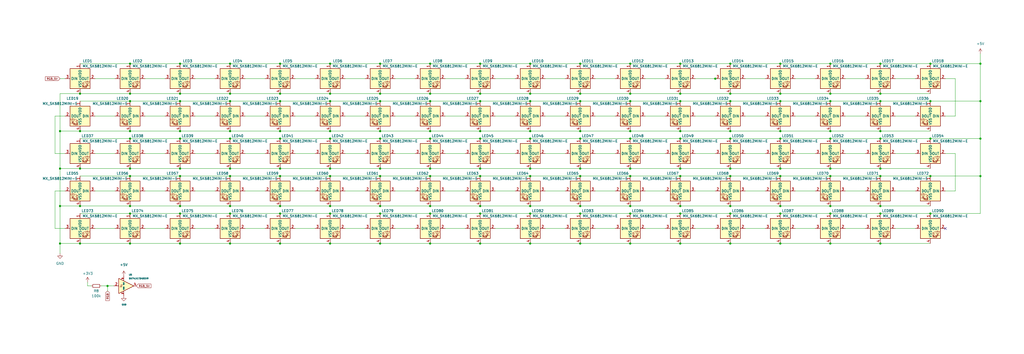
<source format=kicad_sch>
(kicad_sch (version 20211123) (generator eeschema)
  (paper "User" 519.989 180.01)
  (lib_symbols
    (symbol "Bonsai_C4:SN74LV1T34DCKR"
      (property "Reference" "U" (at -2.54 5.08 0))
      (property "Value" "SN74LV1T34DCKR" (at 10.16 5.08 0))
      (property "LCSC" "C78541" (at 0 0 0))
      (symbol "SN74LV1T34DCKR_0_1"
        (polyline (pts (xy -1.016 0.508) (xy -0.508 0.508)))
        (polyline (pts (xy -2.54 3.81) (xy -2.54 -3.81) (xy 5.08 0) (xy -2.54 3.81)) (stroke (width 0.254)) (fill (type background)))
        (polyline (pts (xy -1.524 -0.508) (xy -1.524 0.508) (xy -1.016 0.508) (xy -1.016 -0.508) (xy -2.032 -0.508)))
      )
      (symbol "SN74LV1T34DCKR_1_1"
        (pin no_connect line (at 5.08 0 180) (length 2.54) hide (name "NC") (number "1"))
        (pin input line (at -5.08 0 0) (length 2.54) (name "~") (number "2"))
        (pin power_in line (at 0 -5.08 90) (length 2.54) (name "GND") (number "3"))
        (pin output line (at 6.35 0 180) (length 1.27) (name "~") (number "4"))
        (pin power_in line (at 0 5.08 270) (length 2.54) (name "VCC") (number "5"))
      )
    )
    (symbol "Device:R_Small" (pin_numbers hide) (pin_names (offset 0.254) hide)
      (property "Reference" "R" (at 0.762 0.508 0))
      (property "Value" "R_Small" (at 0.762 -1.016 0))
      (symbol "R_Small_0_1"
        (rectangle (start -0.762 1.778) (end 0.762 -1.778) (stroke (width 0.2032)))
      )
      (symbol "R_Small_1_1"
        (pin passive line (at 0 2.54 270) (length 0.762) (name "~") (number "1"))
        (pin passive line (at 0 -2.54 90) (length 0.762) (name "~") (number "2"))
      )
    )
    (symbol "marbastlib-mx:MX_SK6812MINI-E"
      (property "Reference" "LED" (at 2.54 -6.35 0))
      (property "Value" "MX_SK6812MINI-E" (at 10.16 6.35 0))
      (symbol "MX_SK6812MINI-E_0_0"
        (text "RGB" (at 2.286 -4.191 0) (effects (font (size 0.762 0.762))))
      )
      (symbol "MX_SK6812MINI-E_0_1"
        (polyline (pts (xy 1.27 -3.556) (xy 1.778 -3.556)))
        (polyline (pts (xy 1.27 -2.54) (xy 1.778 -2.54)))
        (polyline (pts (xy 4.699 -3.556) (xy 2.667 -3.556)))
        (polyline (pts (xy 2.286 -2.54) (xy 1.27 -3.556) (xy 1.27 -3.048)))
        (polyline (pts (xy 2.286 -1.524) (xy 1.27 -2.54) (xy 1.27 -2.032)))
        (polyline (pts (xy 3.683 -1.016) (xy 3.683 -3.556) (xy 3.683 -4.064)))
        (polyline (pts (xy 4.699 -1.524) (xy 2.667 -1.524) (xy 3.683 -3.556) (xy 4.699 -1.524)))
        (rectangle (start 5.08 5.08) (end -5.08 -5.08) (stroke (width 0.254)) (fill (type background)))
      )
      (symbol "MX_SK6812MINI-E_1_1"
        (pin power_in line (at 0 7.62 270) (length 2.54) (name "VDD") (number "1"))
        (pin output line (at 7.62 0 180) (length 2.54) (name "DOUT") (number "2"))
        (pin input line (at -7.62 0 0) (length 2.54) (name "DIN") (number "3"))
        (pin power_in line (at 0 -7.62 90) (length 2.54) (name "VSS") (number "4"))
      )
    )
    (symbol "power:+3V3" (power) (pin_names (offset 0))
      (property "Value" "+3V3" (at 0 3.556 0))
      (symbol "+3V3_0_1"
        (polyline (pts (xy -0.762 1.27) (xy 0 2.54)))
        (polyline (pts (xy 0 0) (xy 0 2.54)))
        (polyline (pts (xy 0 2.54) (xy 0.762 1.27)))
      )
      (symbol "+3V3_1_1"
        (pin power_in line (at 0 0 90) (length 0) hide (name "+3V3") (number "1"))
      )
    )
    (symbol "power:+5V" (power) (pin_names (offset 0))
      (property "Value" "+5V" (at 0 3.556 0))
      (symbol "+5V_0_1"
        (polyline (pts (xy -0.762 1.27) (xy 0 2.54)))
        (polyline (pts (xy 0 0) (xy 0 2.54)))
        (polyline (pts (xy 0 2.54) (xy 0.762 1.27)))
      )
      (symbol "+5V_1_1"
        (pin power_in line (at 0 0 90) (length 0) hide (name "+5V") (number "1"))
      )
    )
    (symbol "power:GND" (power) (pin_names (offset 0))
      (property "Value" "GND" (at 0 -3.81 0))
      (symbol "GND_0_1"
        (polyline (pts (xy 0 0) (xy 0 -1.27) (xy 1.27 -1.27) (xy 0 -2.54) (xy -1.27 -1.27) (xy 0 -1.27)))
      )
      (symbol "GND_1_1"
        (pin power_in line (at 0 0 270) (length 0) hide (name "GND") (number "1"))
      )
    )
  )
  (junction (at 370.84 89.535))
  (junction (at 294.64 104.775))
  (junction (at 142.24 51.435))
  (junction (at 294.64 70.485))
  (junction (at 269.24 70.485))
  (junction (at 243.84 47.625))
  (junction (at 363.22 40.005))
  (junction (at 167.64 66.675))
  (junction (at 116.84 85.725))
  (junction (at 66.04 85.725))
  (junction (at 396.24 51.435))
  (junction (at 116.84 123.825))
  (junction (at 396.24 32.385))
  (junction (at 167.64 89.535))
  (junction (at 167.64 70.485))
  (junction (at 396.24 66.675))
  (junction (at 116.84 66.675))
  (junction (at 218.44 123.825))
  (junction (at 269.24 66.675))
  (junction (at 294.64 32.385))
  (junction (at 116.84 70.485))
  (junction (at 30.48 66.675))
  (junction (at 243.84 66.675))
  (junction (at 421.64 123.825))
  (junction (at 193.04 108.585))
  (junction (at 345.44 66.675))
  (junction (at 243.84 89.535))
  (junction (at 66.04 70.485))
  (junction (at 269.24 51.435))
  (junction (at 142.24 89.535))
  (junction (at 167.64 51.435))
  (junction (at 320.04 85.725))
  (junction (at 218.44 51.435))
  (junction (at 497.84 32.385))
  (junction (at 421.64 47.625))
  (junction (at 54.61 145.415))
  (junction (at 320.04 70.485))
  (junction (at 193.04 47.625))
  (junction (at 320.04 32.385))
  (junction (at 142.24 123.825))
  (junction (at 142.24 66.675))
  (junction (at 91.44 85.725))
  (junction (at 40.64 85.725))
  (junction (at 218.44 104.775))
  (junction (at 320.04 89.535))
  (junction (at 320.04 51.435))
  (junction (at 320.04 108.585))
  (junction (at 472.44 108.585))
  (junction (at 396.24 89.535))
  (junction (at 370.84 32.385))
  (junction (at 269.24 104.775))
  (junction (at 421.64 70.485))
  (junction (at 269.24 89.535))
  (junction (at 269.24 123.825))
  (junction (at 193.04 104.775))
  (junction (at 167.64 123.825))
  (junction (at 91.44 108.585))
  (junction (at 370.84 104.775))
  (junction (at 66.04 66.675))
  (junction (at 370.84 85.725))
  (junction (at 218.44 89.535))
  (junction (at 40.64 104.775))
  (junction (at 497.84 51.435))
  (junction (at 370.84 123.825))
  (junction (at 116.84 104.775))
  (junction (at 167.64 108.585))
  (junction (at 167.64 104.775))
  (junction (at 447.04 51.435))
  (junction (at 91.44 66.675))
  (junction (at 421.64 51.435))
  (junction (at 66.04 32.385))
  (junction (at 345.44 70.485))
  (junction (at 396.24 85.725))
  (junction (at 243.84 85.725))
  (junction (at 294.64 51.435))
  (junction (at 167.64 85.725))
  (junction (at 447.04 85.725))
  (junction (at 370.84 66.675))
  (junction (at 142.24 47.625))
  (junction (at 142.24 70.485))
  (junction (at 345.44 108.585))
  (junction (at 320.04 66.675))
  (junction (at 320.04 123.825))
  (junction (at 345.44 85.725))
  (junction (at 116.84 108.585))
  (junction (at 193.04 85.725))
  (junction (at 167.64 32.385))
  (junction (at 447.04 108.585))
  (junction (at 269.24 47.625))
  (junction (at 447.04 70.485))
  (junction (at 294.64 47.625))
  (junction (at 40.64 66.675))
  (junction (at 294.64 66.675))
  (junction (at 396.24 47.625))
  (junction (at 116.84 89.535))
  (junction (at 243.84 51.435))
  (junction (at 472.44 70.485))
  (junction (at 193.04 89.535))
  (junction (at 269.24 85.725))
  (junction (at 370.84 47.625))
  (junction (at 40.64 47.625))
  (junction (at 142.24 32.385))
  (junction (at 30.48 85.725))
  (junction (at 243.84 108.585))
  (junction (at 91.44 123.825))
  (junction (at 345.44 51.435))
  (junction (at 421.64 108.585))
  (junction (at 447.04 47.625))
  (junction (at 447.04 66.675))
  (junction (at 142.24 108.585))
  (junction (at 345.44 32.385))
  (junction (at 30.48 104.775))
  (junction (at 320.04 47.625))
  (junction (at 193.04 123.825))
  (junction (at 91.44 70.485))
  (junction (at 116.84 51.435))
  (junction (at 294.64 123.825))
  (junction (at 320.04 104.775))
  (junction (at 167.64 47.625))
  (junction (at 294.64 108.585))
  (junction (at 421.64 89.535))
  (junction (at 243.84 104.775))
  (junction (at 345.44 104.775))
  (junction (at 345.44 47.625))
  (junction (at 370.84 70.485))
  (junction (at 294.64 89.535))
  (junction (at 447.04 123.825))
  (junction (at 345.44 123.825))
  (junction (at 218.44 108.585))
  (junction (at 243.84 32.385))
  (junction (at 396.24 70.485))
  (junction (at 218.44 47.625))
  (junction (at 142.24 104.775))
  (junction (at 370.84 51.435))
  (junction (at 370.84 108.585))
  (junction (at 243.84 123.825))
  (junction (at 396.24 104.775))
  (junction (at 91.44 104.775))
  (junction (at 218.44 70.485))
  (junction (at 66.04 51.435))
  (junction (at 66.04 104.775))
  (junction (at 66.04 123.825))
  (junction (at 193.04 32.385))
  (junction (at 472.44 89.535))
  (junction (at 66.04 47.625))
  (junction (at 497.84 89.535))
  (junction (at 472.44 51.435))
  (junction (at 396.24 123.825))
  (junction (at 66.04 89.535))
  (junction (at 40.64 123.825))
  (junction (at 142.24 85.725))
  (junction (at 91.44 89.535))
  (junction (at 345.44 89.535))
  (junction (at 30.48 123.825))
  (junction (at 218.44 66.675))
  (junction (at 116.84 47.625))
  (junction (at 116.84 32.385))
  (junction (at 421.64 85.725))
  (junction (at 421.64 104.775))
  (junction (at 91.44 32.385))
  (junction (at 91.44 47.625))
  (junction (at 243.84 70.485))
  (junction (at 193.04 70.485))
  (junction (at 269.24 32.385))
  (junction (at 218.44 32.385))
  (junction (at 447.04 104.775))
  (junction (at 66.04 108.585))
  (junction (at 497.84 70.485))
  (junction (at 472.44 32.385))
  (junction (at 294.64 85.725))
  (junction (at 193.04 51.435))
  (junction (at 421.64 32.385))
  (junction (at 396.24 108.585))
  (junction (at 269.24 108.585))
  (junction (at 447.04 89.535))
  (junction (at 447.04 32.385))
  (junction (at 193.04 66.675))
  (junction (at 218.44 85.725))
  (junction (at 421.64 66.675))
  (junction (at 91.44 51.435))
  (no_connect (at 480.06 116.205))
  (wire (pts (xy 142.24 108.585) (xy 116.84 108.585)))
  (wire (pts (xy 396.24 47.625) (xy 370.84 47.625)))
  (wire (pts (xy 327.66 59.055) (xy 337.82 59.055)))
  (wire (pts (xy 99.06 40.005) (xy 109.22 40.005)))
  (wire (pts (xy 454.66 40.005) (xy 464.82 40.005)))
  (wire (pts (xy 218.44 123.825) (xy 193.04 123.825)))
  (wire (pts (xy 40.64 104.775) (xy 66.04 104.775)))
  (wire (pts (xy 142.24 51.435) (xy 167.64 51.435)))
  (wire (pts (xy 447.04 32.385) (xy 472.44 32.385)))
  (wire (pts (xy 44.45 143.51) (xy 44.45 145.415)))
  (wire (pts (xy 54.61 145.415) (xy 54.61 147.955)))
  (wire (pts (xy 454.66 116.205) (xy 464.82 116.205)))
  (wire (pts (xy 175.26 97.155) (xy 185.42 97.155)))
  (wire (pts (xy 421.64 66.675) (xy 396.24 66.675)))
  (wire (pts (xy 200.66 40.005) (xy 210.82 40.005)))
  (wire (pts (xy 447.04 70.485) (xy 472.44 70.485)))
  (wire (pts (xy 269.24 47.625) (xy 243.84 47.625)))
  (wire (pts (xy 40.64 66.675) (xy 30.48 66.675)))
  (wire (pts (xy 370.84 70.485) (xy 396.24 70.485)))
  (wire (pts (xy 116.84 85.725) (xy 142.24 85.725)))
  (wire (pts (xy 497.84 70.485) (xy 497.84 89.535)))
  (wire (pts (xy 40.64 85.725) (xy 66.04 85.725)))
  (wire (pts (xy 345.44 123.825) (xy 320.04 123.825)))
  (wire (pts (xy 370.84 89.535) (xy 396.24 89.535)))
  (wire (pts (xy 66.04 32.385) (xy 91.44 32.385)))
  (wire (pts (xy 269.24 85.725) (xy 294.64 85.725)))
  (wire (pts (xy 116.84 123.825) (xy 91.44 123.825)))
  (wire (pts (xy 124.46 116.205) (xy 134.62 116.205)))
  (wire (pts (xy 370.84 85.725) (xy 396.24 85.725)))
  (wire (pts (xy 116.84 89.535) (xy 142.24 89.535)))
  (wire (pts (xy 149.86 40.005) (xy 160.02 40.005)))
  (wire (pts (xy 269.24 108.585) (xy 243.84 108.585)))
  (wire (pts (xy 345.44 32.385) (xy 370.84 32.385)))
  (wire (pts (xy 421.64 89.535) (xy 447.04 89.535)))
  (wire (pts (xy 454.66 97.155) (xy 464.82 97.155)))
  (wire (pts (xy 421.64 47.625) (xy 396.24 47.625)))
  (wire (pts (xy 30.48 47.625) (xy 30.48 66.675)))
  (wire (pts (xy 320.04 66.675) (xy 294.64 66.675)))
  (wire (pts (xy 421.64 104.775) (xy 447.04 104.775)))
  (wire (pts (xy 378.46 40.005) (xy 388.62 40.005)))
  (wire (pts (xy 175.26 78.105) (xy 185.42 78.105)))
  (wire (pts (xy 497.84 27.305) (xy 497.84 32.385)))
  (wire (pts (xy 91.44 47.625) (xy 66.04 47.625)))
  (wire (pts (xy 193.04 66.675) (xy 167.64 66.675)))
  (wire (pts (xy 40.64 51.435) (xy 66.04 51.435)))
  (wire (pts (xy 276.86 40.005) (xy 287.02 40.005)))
  (wire (pts (xy 429.26 59.055) (xy 439.42 59.055)))
  (wire (pts (xy 396.24 89.535) (xy 421.64 89.535)))
  (wire (pts (xy 116.84 32.385) (xy 142.24 32.385)))
  (wire (pts (xy 320.04 108.585) (xy 294.64 108.585)))
  (wire (pts (xy 396.24 104.775) (xy 421.64 104.775)))
  (wire (pts (xy 320.04 47.625) (xy 294.64 47.625)))
  (wire (pts (xy 396.24 108.585) (xy 370.84 108.585)))
  (wire (pts (xy 302.26 78.105) (xy 312.42 78.105)))
  (wire (pts (xy 40.64 89.535) (xy 66.04 89.535)))
  (wire (pts (xy 27.94 97.155) (xy 27.94 116.205)))
  (wire (pts (xy 66.04 51.435) (xy 91.44 51.435)))
  (wire (pts (xy 142.24 47.625) (xy 116.84 47.625)))
  (wire (pts (xy 30.48 85.725) (xy 30.48 104.775)))
  (wire (pts (xy 193.04 51.435) (xy 218.44 51.435)))
  (wire (pts (xy 294.64 123.825) (xy 269.24 123.825)))
  (wire (pts (xy 403.86 116.205) (xy 414.02 116.205)))
  (wire (pts (xy 124.46 78.105) (xy 134.62 78.105)))
  (wire (pts (xy 27.94 116.205) (xy 33.02 116.205)))
  (wire (pts (xy 116.84 104.775) (xy 142.24 104.775)))
  (wire (pts (xy 269.24 51.435) (xy 294.64 51.435)))
  (wire (pts (xy 193.04 85.725) (xy 218.44 85.725)))
  (wire (pts (xy 403.86 59.055) (xy 414.02 59.055)))
  (wire (pts (xy 276.86 97.155) (xy 287.02 97.155)))
  (wire (pts (xy 421.64 85.725) (xy 447.04 85.725)))
  (wire (pts (xy 243.84 104.775) (xy 269.24 104.775)))
  (wire (pts (xy 142.24 85.725) (xy 167.64 85.725)))
  (wire (pts (xy 421.64 32.385) (xy 447.04 32.385)))
  (wire (pts (xy 497.84 32.385) (xy 497.84 51.435)))
  (wire (pts (xy 269.24 66.675) (xy 243.84 66.675)))
  (wire (pts (xy 142.24 70.485) (xy 167.64 70.485)))
  (wire (pts (xy 320.04 89.535) (xy 345.44 89.535)))
  (wire (pts (xy 378.46 97.155) (xy 388.62 97.155)))
  (wire (pts (xy 124.46 40.005) (xy 134.62 40.005)))
  (wire (pts (xy 294.64 51.435) (xy 320.04 51.435)))
  (wire (pts (xy 167.64 108.585) (xy 142.24 108.585)))
  (wire (pts (xy 320.04 32.385) (xy 345.44 32.385)))
  (wire (pts (xy 485.14 78.105) (xy 485.14 97.155)))
  (wire (pts (xy 327.66 116.205) (xy 337.82 116.205)))
  (wire (pts (xy 447.04 47.625) (xy 421.64 47.625)))
  (wire (pts (xy 269.24 89.535) (xy 294.64 89.535)))
  (wire (pts (xy 149.86 59.055) (xy 160.02 59.055)))
  (wire (pts (xy 226.06 97.155) (xy 236.22 97.155)))
  (wire (pts (xy 91.44 123.825) (xy 66.04 123.825)))
  (wire (pts (xy 294.64 104.775) (xy 320.04 104.775)))
  (wire (pts (xy 66.04 123.825) (xy 40.64 123.825)))
  (wire (pts (xy 48.26 116.205) (xy 58.42 116.205)))
  (wire (pts (xy 27.94 59.055) (xy 27.94 78.105)))
  (wire (pts (xy 269.24 32.385) (xy 294.64 32.385)))
  (wire (pts (xy 251.46 97.155) (xy 261.62 97.155)))
  (wire (pts (xy 251.46 40.005) (xy 261.62 40.005)))
  (wire (pts (xy 472.44 89.535) (xy 497.84 89.535)))
  (wire (pts (xy 142.24 66.675) (xy 116.84 66.675)))
  (wire (pts (xy 421.64 51.435) (xy 447.04 51.435)))
  (wire (pts (xy 294.64 66.675) (xy 269.24 66.675)))
  (wire (pts (xy 396.24 32.385) (xy 421.64 32.385)))
  (wire (pts (xy 91.44 32.385) (xy 116.84 32.385)))
  (wire (pts (xy 99.06 97.155) (xy 109.22 97.155)))
  (wire (pts (xy 421.64 108.585) (xy 396.24 108.585)))
  (wire (pts (xy 218.44 104.775) (xy 243.84 104.775)))
  (wire (pts (xy 243.84 51.435) (xy 269.24 51.435)))
  (wire (pts (xy 396.24 51.435) (xy 421.64 51.435)))
  (wire (pts (xy 226.06 40.005) (xy 236.22 40.005)))
  (wire (pts (xy 167.64 89.535) (xy 193.04 89.535)))
  (wire (pts (xy 370.84 51.435) (xy 396.24 51.435)))
  (wire (pts (xy 370.84 104.775) (xy 396.24 104.775)))
  (wire (pts (xy 48.26 40.005) (xy 58.42 40.005)))
  (wire (pts (xy 497.84 108.585) (xy 472.44 108.585)))
  (wire (pts (xy 251.46 78.105) (xy 261.62 78.105)))
  (wire (pts (xy 40.64 123.825) (xy 30.48 123.825)))
  (wire (pts (xy 403.86 97.155) (xy 414.02 97.155)))
  (wire (pts (xy 353.06 116.205) (xy 363.22 116.205)))
  (wire (pts (xy 226.06 116.205) (xy 236.22 116.205)))
  (wire (pts (xy 116.84 70.485) (xy 142.24 70.485)))
  (wire (pts (xy 447.04 89.535) (xy 472.44 89.535)))
  (wire (pts (xy 378.46 78.105) (xy 388.62 78.105)))
  (wire (pts (xy 116.84 51.435) (xy 142.24 51.435)))
  (wire (pts (xy 116.84 47.625) (xy 91.44 47.625)))
  (wire (pts (xy 40.64 47.625) (xy 30.48 47.625)))
  (wire (pts (xy 33.02 59.055) (xy 27.94 59.055)))
  (wire (pts (xy 243.84 66.675) (xy 218.44 66.675)))
  (wire (pts (xy 200.66 59.055) (xy 210.82 59.055)))
  (wire (pts (xy 403.86 40.005) (xy 414.02 40.005)))
  (wire (pts (xy 345.44 47.625) (xy 320.04 47.625)))
  (wire (pts (xy 142.24 104.775) (xy 167.64 104.775)))
  (wire (pts (xy 167.64 85.725) (xy 193.04 85.725)))
  (wire (pts (xy 472.44 51.435) (xy 497.84 51.435)))
  (wire (pts (xy 142.24 123.825) (xy 116.84 123.825)))
  (wire (pts (xy 472.44 47.625) (xy 447.04 47.625)))
  (wire (pts (xy 472.44 66.675) (xy 447.04 66.675)))
  (wire (pts (xy 276.86 78.105) (xy 287.02 78.105)))
  (wire (pts (xy 30.48 40.005) (xy 33.02 40.005)))
  (wire (pts (xy 167.64 70.485) (xy 193.04 70.485)))
  (wire (pts (xy 66.04 104.775) (xy 91.44 104.775)))
  (wire (pts (xy 66.04 85.725) (xy 91.44 85.725)))
  (wire (pts (xy 370.84 66.675) (xy 345.44 66.675)))
  (wire (pts (xy 472.44 70.485) (xy 497.84 70.485)))
  (wire (pts (xy 302.26 97.155) (xy 312.42 97.155)))
  (wire (pts (xy 345.44 89.535) (xy 370.84 89.535)))
  (wire (pts (xy 447.04 85.725) (xy 472.44 85.725)))
  (wire (pts (xy 447.04 51.435) (xy 472.44 51.435)))
  (wire (pts (xy 378.46 116.205) (xy 388.62 116.205)))
  (wire (pts (xy 167.64 104.775) (xy 193.04 104.775)))
  (wire (pts (xy 269.24 123.825) (xy 243.84 123.825)))
  (wire (pts (xy 91.44 108.585) (xy 66.04 108.585)))
  (wire (pts (xy 370.84 47.625) (xy 345.44 47.625)))
  (wire (pts (xy 91.44 51.435) (xy 116.84 51.435)))
  (wire (pts (xy 33.02 97.155) (xy 27.94 97.155)))
  (wire (pts (xy 378.46 59.055) (xy 388.62 59.055)))
  (wire (pts (xy 345.44 66.675) (xy 320.04 66.675)))
  (wire (pts (xy 497.84 51.435) (xy 497.84 70.485)))
  (wire (pts (xy 243.84 89.535) (xy 269.24 89.535)))
  (wire (pts (xy 40.64 70.485) (xy 66.04 70.485)))
  (wire (pts (xy 66.04 70.485) (xy 91.44 70.485)))
  (wire (pts (xy 73.66 59.055) (xy 83.82 59.055)))
  (wire (pts (xy 302.26 40.005) (xy 312.42 40.005)))
  (wire (pts (xy 91.44 85.725) (xy 116.84 85.725)))
  (wire (pts (xy 193.04 104.775) (xy 218.44 104.775)))
  (wire (pts (xy 46.355 145.415) (xy 44.45 145.415)))
  (wire (pts (xy 294.64 32.385) (xy 320.04 32.385)))
  (wire (pts (xy 294.64 47.625) (xy 269.24 47.625)))
  (wire (pts (xy 243.84 47.625) (xy 218.44 47.625)))
  (wire (pts (xy 167.64 51.435) (xy 193.04 51.435)))
  (wire (pts (xy 91.44 89.535) (xy 116.84 89.535)))
  (wire (pts (xy 294.64 70.485) (xy 320.04 70.485)))
  (wire (pts (xy 48.26 59.055) (xy 58.42 59.055)))
  (wire (pts (xy 218.44 32.385) (xy 243.84 32.385)))
  (wire (pts (xy 294.64 108.585) (xy 269.24 108.585)))
  (wire (pts (xy 193.04 123.825) (xy 167.64 123.825)))
  (wire (pts (xy 99.06 59.055) (xy 109.22 59.055)))
  (wire (pts (xy 243.84 108.585) (xy 218.44 108.585)))
  (wire (pts (xy 142.24 32.385) (xy 167.64 32.385)))
  (wire (pts (xy 353.06 59.055) (xy 363.22 59.055)))
  (wire (pts (xy 54.61 145.415) (xy 57.785 145.415)))
  (wire (pts (xy 27.94 78.105) (xy 33.02 78.105)))
  (wire (pts (xy 193.04 32.385) (xy 218.44 32.385)))
  (wire (pts (xy 243.84 70.485) (xy 269.24 70.485)))
  (wire (pts (xy 218.44 85.725) (xy 243.84 85.725)))
  (wire (pts (xy 40.64 32.385) (xy 66.04 32.385)))
  (wire (pts (xy 226.06 78.105) (xy 236.22 78.105)))
  (wire (pts (xy 167.64 123.825) (xy 142.24 123.825)))
  (wire (pts (xy 320.04 104.775) (xy 345.44 104.775)))
  (wire (pts (xy 99.06 116.205) (xy 109.22 116.205)))
  (wire (pts (xy 149.86 78.105) (xy 160.02 78.105)))
  (wire (pts (xy 302.26 116.205) (xy 312.42 116.205)))
  (wire (pts (xy 447.04 66.675) (xy 421.64 66.675)))
  (wire (pts (xy 320.04 123.825) (xy 294.64 123.825)))
  (wire (pts (xy 218.44 51.435) (xy 243.84 51.435)))
  (wire (pts (xy 480.06 78.105) (xy 485.14 78.105)))
  (wire (pts (xy 91.44 66.675) (xy 66.04 66.675)))
  (wire (pts (xy 116.84 66.675) (xy 91.44 66.675)))
  (wire (pts (xy 124.46 59.055) (xy 134.62 59.055)))
  (wire (pts (xy 485.14 97.155) (xy 480.06 97.155)))
  (wire (pts (xy 66.04 108.585) (xy 40.64 108.585)))
  (wire (pts (xy 243.84 32.385) (xy 269.24 32.385)))
  (wire (pts (xy 269.24 104.775) (xy 294.64 104.775)))
  (wire (pts (xy 353.06 78.105) (xy 363.22 78.105)))
  (wire (pts (xy 472.44 123.825) (xy 447.04 123.825)))
  (wire (pts (xy 193.04 70.485) (xy 218.44 70.485)))
  (wire (pts (xy 345.44 108.585) (xy 320.04 108.585)))
  (wire (pts (xy 480.06 59.055) (xy 485.14 59.055)))
  (wire (pts (xy 218.44 108.585) (xy 193.04 108.585)))
  (wire (pts (xy 218.44 89.535) (xy 243.84 89.535)))
  (wire (pts (xy 345.44 85.725) (xy 370.84 85.725)))
  (wire (pts (xy 353.06 40.005) (xy 363.22 40.005)))
  (wire (pts (xy 218.44 70.485) (xy 243.84 70.485)))
  (wire (pts (xy 99.06 78.105) (xy 109.22 78.105)))
  (wire (pts (xy 447.04 104.775) (xy 472.44 104.775)))
  (wire (pts (xy 51.435 145.415) (xy 54.61 145.415)))
  (wire (pts (xy 294.64 85.725) (xy 320.04 85.725)))
  (wire (pts (xy 403.86 78.105) (xy 414.02 78.105)))
  (wire (pts (xy 116.84 108.585) (xy 91.44 108.585)))
  (wire (pts (xy 396.24 123.825) (xy 370.84 123.825)))
  (wire (pts (xy 30.48 85.725) (xy 40.64 85.725)))
  (wire (pts (xy 353.06 97.155) (xy 363.22 97.155)))
  (wire (pts (xy 320.04 51.435) (xy 345.44 51.435)))
  (wire (pts (xy 396.24 70.485) (xy 421.64 70.485)))
  (wire (pts (xy 30.48 104.775) (xy 30.48 123.825)))
  (wire (pts (xy 226.06 59.055) (xy 236.22 59.055)))
  (wire (pts (xy 320.04 70.485) (xy 345.44 70.485)))
  (wire (pts (xy 218.44 66.675) (xy 193.04 66.675)))
  (wire (pts (xy 327.66 97.155) (xy 337.82 97.155)))
  (wire (pts (xy 345.44 51.435) (xy 370.84 51.435)))
  (wire (pts (xy 447.04 123.825) (xy 421.64 123.825)))
  (wire (pts (xy 193.04 108.585) (xy 167.64 108.585)))
  (wire (pts (xy 294.64 89.535) (xy 320.04 89.535)))
  (wire (pts (xy 345.44 70.485) (xy 370.84 70.485)))
  (wire (pts (xy 370.84 32.385) (xy 396.24 32.385)))
  (wire (pts (xy 149.86 116.205) (xy 160.02 116.205)))
  (wire (pts (xy 48.26 78.105) (xy 58.42 78.105)))
  (wire (pts (xy 218.44 47.625) (xy 193.04 47.625)))
  (wire (pts (xy 73.66 78.105) (xy 83.82 78.105)))
  (wire (pts (xy 91.44 104.775) (xy 116.84 104.775)))
  (wire (pts (xy 396.24 85.725) (xy 421.64 85.725)))
  (wire (pts (xy 327.66 40.005) (xy 337.82 40.005)))
  (wire (pts (xy 167.64 32.385) (xy 193.04 32.385)))
  (wire (pts (xy 472.44 108.585) (xy 447.04 108.585)))
  (wire (pts (xy 302.26 59.055) (xy 312.42 59.055)))
  (wire (pts (xy 370.84 123.825) (xy 345.44 123.825)))
  (wire (pts (xy 48.26 97.155) (xy 58.42 97.155)))
  (wire (pts (xy 30.48 66.675) (xy 30.48 85.725)))
  (wire (pts (xy 480.06 40.005) (xy 485.14 40.005)))
  (wire (pts (xy 200.66 116.205) (xy 210.82 116.205)))
  (wire (pts (xy 251.46 116.205) (xy 261.62 116.205)))
  (wire (pts (xy 91.44 70.485) (xy 116.84 70.485)))
  (wire (pts (xy 429.26 78.105) (xy 439.42 78.105)))
  (wire (pts (xy 472.44 32.385) (xy 497.84 32.385)))
  (wire (pts (xy 73.66 40.005) (xy 83.82 40.005)))
  (wire (pts (xy 276.86 59.055) (xy 287.02 59.055)))
  (wire (pts (xy 320.04 85.725) (xy 345.44 85.725)))
  (wire (pts (xy 363.22 40.005) (xy 363.855 40.005)))
  (wire (pts (xy 30.48 104.775) (xy 40.64 104.775)))
  (wire (pts (xy 396.24 66.675) (xy 370.84 66.675)))
  (wire (pts (xy 142.24 89.535) (xy 167.64 89.535)))
  (wire (pts (xy 421.64 123.825) (xy 396.24 123.825)))
  (wire (pts (xy 73.66 116.205) (xy 83.82 116.205)))
  (wire (pts (xy 454.66 78.105) (xy 464.82 78.105)))
  (wire (pts (xy 429.26 97.155) (xy 439.42 97.155)))
  (wire (pts (xy 421.64 70.485) (xy 447.04 70.485)))
  (wire (pts (xy 149.86 97.155) (xy 160.02 97.155)))
  (wire (pts (xy 167.64 66.675) (xy 142.24 66.675)))
  (wire (pts (xy 345.44 104.775) (xy 370.84 104.775)))
  (wire (pts (xy 73.66 97.155) (xy 83.82 97.155)))
  (wire (pts (xy 124.46 97.155) (xy 134.62 97.155)))
  (wire (pts (xy 370.84 108.585) (xy 345.44 108.585)))
  (wire (pts (xy 193.04 89.535) (xy 218.44 89.535)))
  (wire (pts (xy 251.46 59.055) (xy 261.62 59.055)))
  (wire (pts (xy 66.04 89.535) (xy 91.44 89.535)))
  (wire (pts (xy 200.66 97.155) (xy 210.82 97.155)))
  (wire (pts (xy 66.04 47.625) (xy 40.64 47.625)))
  (wire (pts (xy 175.26 116.205) (xy 185.42 116.205)))
  (wire (pts (xy 30.48 123.825) (xy 30.48 128.905)))
  (wire (pts (xy 66.04 66.675) (xy 40.64 66.675)))
  (wire (pts (xy 243.84 85.725) (xy 269.24 85.725)))
  (wire (pts (xy 429.26 116.205) (xy 439.42 116.205)))
  (wire (pts (xy 200.66 78.105) (xy 210.82 78.105)))
  (wire (pts (xy 193.04 47.625) (xy 167.64 47.625)))
  (wire (pts (xy 327.66 78.105) (xy 337.82 78.105)))
  (wire (pts (xy 243.84 123.825) (xy 218.44 123.825)))
  (wire (pts (xy 276.86 116.205) (xy 287.02 116.205)))
  (wire (pts (xy 454.66 59.055) (xy 464.82 59.055)))
  (wire (pts (xy 447.04 108.585) (xy 421.64 108.585)))
  (wire (pts (xy 167.64 47.625) (xy 142.24 47.625)))
  (wire (pts (xy 175.26 40.005) (xy 185.42 40.005)))
  (wire (pts (xy 175.26 59.055) (xy 185.42 59.055)))
  (wire (pts (xy 497.84 89.535) (xy 497.84 108.585)))
  (wire (pts (xy 429.26 40.005) (xy 439.42 40.005)))
  (wire (pts (xy 269.24 70.485) (xy 294.64 70.485)))
  (wire (pts (xy 485.14 40.005) (xy 485.14 59.055)))
  (global_label "RGB_5V" (shape input) (at 69.215 145.415 0) (effects (font (size 1 1))) (property "Intersheet References" "${INTERSHEET_REFS}" (effects hide)))
  (global_label "RGB" (shape input) (at 54.61 147.955 270) (effects (font (size 1 1))) (property "Intersheet References" "${INTERSHEET_REFS}" (effects hide)))
  (global_label "RGB_5V" (shape input) (at 30.48 40.005 180) (effects (font (size 1 1))) (property "Intersheet References" "${INTERSHEET_REFS}" (effects hide)))
  (symbol (lib_id "marbastlib-mx:MX_SK6812MINI-E") (at 116.84 78.105 0) (unit 1)
    (property "Reference" "LED40" (at 120.65 69.1007 0))
    (property "Value" "MX_SK6812MINI-E" (at 127 71.755 0))
    (property "Footprint" "marbastlib-mx:LED_MX_6028R" (effects hide))
  )
  (symbol (lib_id "marbastlib-mx:MX_SK6812MINI-E") (at 193.04 40.005 0) (unit 1)
    (property "Reference" "LED7" (at 196.85 31.0007 0))
    (property "Value" "MX_SK6812MINI-E" (at 203.2 33.655 0))
    (property "Footprint" "marbastlib-mx:LED_MX_6028R" (effects hide))
  )
  (symbol (lib_id "marbastlib-mx:MX_SK6812MINI-E") (at 294.64 97.155 0) (mirror y) (unit 1)
    (property "Reference" "LED65" (at 290.83 88.1507 0))
    (property "Value" "MX_SK6812MINI-E" (at 284.48 90.805 0))
    (property "Footprint" "marbastlib-mx:LED_MX_6028R" (effects hide))
  )
  (symbol (lib_id "marbastlib-mx:MX_SK6812MINI-E") (at 294.64 78.105 0) (unit 1)
    (property "Reference" "LED47" (at 298.45 69.1007 0))
    (property "Value" "MX_SK6812MINI-E" (at 304.8 71.755 0))
    (property "Footprint" "marbastlib-mx:LED_MX_6028R" (effects hide))
  )
  (symbol (lib_id "marbastlib-mx:MX_SK6812MINI-E") (at 167.64 97.155 0) (mirror y) (unit 1)
    (property "Reference" "LED60" (at 163.83 88.1507 0))
    (property "Value" "MX_SK6812MINI-E" (at 157.48 90.805 0))
    (property "Footprint" "marbastlib-mx:LED_MX_6028R" (effects hide))
  )
  (symbol (lib_id "marbastlib-mx:MX_SK6812MINI-E") (at 269.24 40.005 0) (unit 1)
    (property "Reference" "LED10" (at 273.05 31.0007 0))
    (property "Value" "MX_SK6812MINI-E" (at 279.4 33.655 0))
    (property "Footprint" "marbastlib-mx:LED_MX_6028R" (effects hide))
  )
  (symbol (lib_id "power:GND") (at 30.48 128.905 0) (unit 1)
    (property "Reference" "#PWR0103" (effects hide))
    (property "Value" "GND" (at 30.48 133.985 0))
  )
  (symbol (lib_id "marbastlib-mx:MX_SK6812MINI-E") (at 91.44 97.155 0) (mirror y) (unit 1)
    (property "Reference" "LED57" (at 87.63 88.1507 0))
    (property "Value" "MX_SK6812MINI-E" (at 81.28 90.805 0))
    (property "Footprint" "marbastlib-mx:LED_MX_6028R" (effects hide))
  )
  (symbol (lib_id "marbastlib-mx:MX_SK6812MINI-E") (at 320.04 40.005 0) (unit 1)
    (property "Reference" "LED12" (at 323.85 31.0007 0))
    (property "Value" "MX_SK6812MINI-E" (at 330.2 33.655 0))
    (property "Footprint" "marbastlib-mx:LED_MX_6028R" (effects hide))
  )
  (symbol (lib_id "marbastlib-mx:MX_SK6812MINI-E") (at 243.84 59.055 0) (mirror y) (unit 1)
    (property "Reference" "LED27" (at 240.03 50.0507 0))
    (property "Value" "MX_SK6812MINI-E" (at 233.68 52.705 0))
    (property "Footprint" "marbastlib-mx:LED_MX_6028R" (effects hide))
  )
  (symbol (lib_id "power:GND") (at 62.865 150.495 0) (unit 1)
    (property "Reference" "#PWR030" (effects hide))
    (property "Value" "GND" (at 62.992 154.8892 0) (effects (font (size 0.75 0.75))))
  )
  (symbol (lib_id "marbastlib-mx:MX_SK6812MINI-E") (at 142.24 59.055 0) (mirror y) (unit 1)
    (property "Reference" "LED23" (at 138.43 50.0507 0))
    (property "Value" "MX_SK6812MINI-E" (at 132.08 52.705 0))
    (property "Footprint" "marbastlib-mx:LED_MX_6028R" (effects hide))
  )
  (symbol (lib_id "marbastlib-mx:MX_SK6812MINI-E") (at 345.44 97.155 0) (mirror y) (unit 1)
    (property "Reference" "LED67" (at 341.63 88.1507 0))
    (property "Value" "MX_SK6812MINI-E" (at 335.28 90.805 0))
    (property "Footprint" "marbastlib-mx:LED_MX_6028R" (effects hide))
  )
  (symbol (lib_id "marbastlib-mx:MX_SK6812MINI-E") (at 345.44 59.055 0) (mirror y) (unit 1)
    (property "Reference" "LED31" (at 341.63 50.0507 0))
    (property "Value" "MX_SK6812MINI-E" (at 335.28 52.705 0))
    (property "Footprint" "marbastlib-mx:LED_MX_6028R" (effects hide))
  )
  (symbol (lib_id "marbastlib-mx:MX_SK6812MINI-E") (at 193.04 97.155 0) (mirror y) (unit 1)
    (property "Reference" "LED61" (at 189.23 88.1507 0))
    (property "Value" "MX_SK6812MINI-E" (at 182.88 90.805 0))
    (property "Footprint" "marbastlib-mx:LED_MX_6028R" (effects hide))
  )
  (symbol (lib_id "power:+3V3") (at 44.45 143.51 0) (unit 1)
    (property "Reference" "#PWR029" (effects hide))
    (property "Value" "+3V3" (at 41.91 139.065 0) (effects (justify left)))
  )
  (symbol (lib_id "marbastlib-mx:MX_SK6812MINI-E") (at 294.64 116.205 0) (unit 1)
    (property "Reference" "LED83" (at 298.45 107.2007 0))
    (property "Value" "MX_SK6812MINI-E" (at 304.8 109.855 0))
    (property "Footprint" "marbastlib-mx:LED_MX_6028R" (effects hide))
  )
  (symbol (lib_id "marbastlib-mx:MX_SK6812MINI-E") (at 142.24 116.205 0) (unit 1)
    (property "Reference" "LED77" (at 146.05 107.2007 0))
    (property "Value" "MX_SK6812MINI-E" (at 152.4 109.855 0))
    (property "Footprint" "marbastlib-mx:LED_MX_6028R" (effects hide))
  )
  (symbol (lib_id "marbastlib-mx:MX_SK6812MINI-E") (at 91.44 116.205 0) (unit 1)
    (property "Reference" "LED75" (at 95.25 107.2007 0))
    (property "Value" "MX_SK6812MINI-E" (at 101.6 109.855 0))
    (property "Footprint" "marbastlib-mx:LED_MX_6028R" (effects hide))
  )
  (symbol (lib_id "marbastlib-mx:MX_SK6812MINI-E") (at 218.44 116.205 0) (unit 1)
    (property "Reference" "LED80" (at 222.25 107.2007 0))
    (property "Value" "MX_SK6812MINI-E" (at 228.6 109.855 0))
    (property "Footprint" "marbastlib-mx:LED_MX_6028R" (effects hide))
  )
  (symbol (lib_id "marbastlib-mx:MX_SK6812MINI-E") (at 421.64 116.205 0) (unit 1)
    (property "Reference" "LED88" (at 425.45 107.2007 0))
    (property "Value" "MX_SK6812MINI-E" (at 431.8 109.855 0))
    (property "Footprint" "marbastlib-mx:LED_MX_6028R" (effects hide))
  )
  (symbol (lib_id "power:+5V") (at 497.84 27.305 0) (unit 1)
    (property "Reference" "#PWR014" (effects hide))
    (property "Value" "+5V" (at 497.84 22.225 0))
  )
  (symbol (lib_id "marbastlib-mx:MX_SK6812MINI-E") (at 66.04 78.105 0) (unit 1)
    (property "Reference" "LED38" (at 69.85 69.1007 0))
    (property "Value" "MX_SK6812MINI-E" (at 76.2 71.755 0))
    (property "Footprint" "marbastlib-mx:LED_MX_6028R" (effects hide))
  )
  (symbol (lib_id "marbastlib-mx:MX_SK6812MINI-E") (at 91.44 40.005 0) (unit 1)
    (property "Reference" "LED3" (at 95.25 31.0007 0))
    (property "Value" "MX_SK6812MINI-E" (at 101.6 33.655 0))
    (property "Footprint" "marbastlib-mx:LED_MX_6028R" (effects hide))
  )
  (symbol (lib_id "marbastlib-mx:MX_SK6812MINI-E") (at 66.04 116.205 0) (unit 1)
    (property "Reference" "LED74" (at 69.85 107.2007 0))
    (property "Value" "MX_SK6812MINI-E" (at 76.2 109.855 0))
    (property "Footprint" "marbastlib-mx:LED_MX_6028R" (effects hide))
  )
  (symbol (lib_id "marbastlib-mx:MX_SK6812MINI-E") (at 396.24 40.005 0) (unit 1)
    (property "Reference" "LED15" (at 400.05 31.0007 0))
    (property "Value" "MX_SK6812MINI-E" (at 406.4 33.655 0))
    (property "Footprint" "marbastlib-mx:LED_MX_6028R" (effects hide))
  )
  (symbol (lib_id "marbastlib-mx:MX_SK6812MINI-E") (at 269.24 97.155 0) (mirror y) (unit 1)
    (property "Reference" "LED64" (at 265.43 88.1507 0))
    (property "Value" "MX_SK6812MINI-E" (at 259.08 90.805 0))
    (property "Footprint" "marbastlib-mx:LED_MX_6028R" (effects hide))
  )
  (symbol (lib_id "marbastlib-mx:MX_SK6812MINI-E") (at 447.04 40.005 0) (unit 1)
    (property "Reference" "LED17" (at 450.85 31.0007 0))
    (property "Value" "MX_SK6812MINI-E" (at 457.2 33.655 0))
    (property "Footprint" "marbastlib-mx:LED_MX_6028R" (effects hide))
  )
  (symbol (lib_id "marbastlib-mx:MX_SK6812MINI-E") (at 472.44 40.005 0) (unit 1)
    (property "Reference" "LED18" (at 476.25 31.0007 0))
    (property "Value" "MX_SK6812MINI-E" (at 482.6 33.655 0))
    (property "Footprint" "marbastlib-mx:LED_MX_6028R" (effects hide))
  )
  (symbol (lib_id "marbastlib-mx:MX_SK6812MINI-E") (at 218.44 78.105 0) (unit 1)
    (property "Reference" "LED44" (at 222.25 69.1007 0))
    (property "Value" "MX_SK6812MINI-E" (at 228.6 71.755 0))
    (property "Footprint" "marbastlib-mx:LED_MX_6028R" (effects hide))
  )
  (symbol (lib_id "marbastlib-mx:MX_SK6812MINI-E") (at 472.44 116.205 0) (unit 1)
    (property "Reference" "LED90" (at 476.25 107.2007 0))
    (property "Value" "MX_SK6812MINI-E" (at 482.6 109.855 0))
    (property "Footprint" "marbastlib-mx:LED_MX_6028R" (effects hide))
  )
  (symbol (lib_id "marbastlib-mx:MX_SK6812MINI-E") (at 472.44 59.055 0) (mirror y) (unit 1)
    (property "Reference" "LED36" (at 468.63 50.0507 0))
    (property "Value" "MX_SK6812MINI-E" (at 462.28 52.705 0))
    (property "Footprint" "marbastlib-mx:LED_MX_6028R" (effects hide))
  )
  (symbol (lib_id "marbastlib-mx:MX_SK6812MINI-E") (at 167.64 116.205 0) (unit 1)
    (property "Reference" "LED78" (at 171.45 107.2007 0))
    (property "Value" "MX_SK6812MINI-E" (at 177.8 109.855 0))
    (property "Footprint" "marbastlib-mx:LED_MX_6028R" (effects hide))
  )
  (symbol (lib_id "marbastlib-mx:MX_SK6812MINI-E") (at 167.64 59.055 0) (mirror y) (unit 1)
    (property "Reference" "LED24" (at 163.83 50.0507 0))
    (property "Value" "MX_SK6812MINI-E" (at 157.48 52.705 0))
    (property "Footprint" "marbastlib-mx:LED_MX_6028R" (effects hide))
  )
  (symbol (lib_id "marbastlib-mx:MX_SK6812MINI-E") (at 167.64 40.005 0) (unit 1)
    (property "Reference" "LED6" (at 171.45 31.0007 0))
    (property "Value" "MX_SK6812MINI-E" (at 177.8 33.655 0))
    (property "Footprint" "marbastlib-mx:LED_MX_6028R" (effects hide))
  )
  (symbol (lib_id "marbastlib-mx:MX_SK6812MINI-E") (at 243.84 97.155 0) (mirror y) (unit 1)
    (property "Reference" "LED63" (at 240.03 88.1507 0))
    (property "Value" "MX_SK6812MINI-E" (at 233.68 90.805 0))
    (property "Footprint" "marbastlib-mx:LED_MX_6028R" (effects hide))
  )
  (symbol (lib_id "marbastlib-mx:MX_SK6812MINI-E") (at 370.84 59.055 0) (mirror y) (unit 1)
    (property "Reference" "LED32" (at 367.03 50.0507 0))
    (property "Value" "MX_SK6812MINI-E" (at 360.68 52.705 0))
    (property "Footprint" "marbastlib-mx:LED_MX_6028R" (effects hide))
  )
  (symbol (lib_id "marbastlib-mx:MX_SK6812MINI-E") (at 116.84 59.055 0) (mirror y) (unit 1)
    (property "Reference" "LED22" (at 113.03 50.0507 0))
    (property "Value" "MX_SK6812MINI-E" (at 106.68 52.705 0))
    (property "Footprint" "marbastlib-mx:LED_MX_6028R" (effects hide))
  )
  (symbol (lib_id "marbastlib-mx:MX_SK6812MINI-E") (at 91.44 59.055 0) (mirror y) (unit 1)
    (property "Reference" "LED21" (at 87.63 50.0507 0))
    (property "Value" "MX_SK6812MINI-E" (at 81.28 52.705 0))
    (property "Footprint" "marbastlib-mx:LED_MX_6028R" (effects hide))
  )
  (symbol (lib_id "marbastlib-mx:MX_SK6812MINI-E") (at 345.44 40.005 0) (unit 1)
    (property "Reference" "LED13" (at 349.25 31.0007 0))
    (property "Value" "MX_SK6812MINI-E" (at 355.6 33.655 0))
    (property "Footprint" "marbastlib-mx:LED_MX_6028R" (effects hide))
  )
  (symbol (lib_id "marbastlib-mx:MX_SK6812MINI-E") (at 345.44 78.105 0) (unit 1)
    (property "Reference" "LED49" (at 349.25 69.1007 0))
    (property "Value" "MX_SK6812MINI-E" (at 355.6 71.755 0))
    (property "Footprint" "marbastlib-mx:LED_MX_6028R" (effects hide))
  )
  (symbol (lib_id "marbastlib-mx:MX_SK6812MINI-E") (at 320.04 97.155 0) (mirror y) (unit 1)
    (property "Reference" "LED66" (at 316.23 88.1507 0))
    (property "Value" "MX_SK6812MINI-E" (at 309.88 90.805 0))
    (property "Footprint" "marbastlib-mx:LED_MX_6028R" (effects hide))
  )
  (symbol (lib_id "marbastlib-mx:MX_SK6812MINI-E") (at 142.24 97.155 0) (mirror y) (unit 1)
    (property "Reference" "LED59" (at 138.43 88.1507 0))
    (property "Value" "MX_SK6812MINI-E" (at 132.08 90.805 0))
    (property "Footprint" "marbastlib-mx:LED_MX_6028R" (effects hide))
  )
  (symbol (lib_id "marbastlib-mx:MX_SK6812MINI-E") (at 345.44 116.205 0) (unit 1)
    (property "Reference" "LED85" (at 349.25 107.2007 0))
    (property "Value" "MX_SK6812MINI-E" (at 355.6 109.855 0))
    (property "Footprint" "marbastlib-mx:LED_MX_6028R" (effects hide))
  )
  (symbol (lib_id "marbastlib-mx:MX_SK6812MINI-E") (at 243.84 116.205 0) (unit 1)
    (property "Reference" "LED81" (at 247.65 107.2007 0))
    (property "Value" "MX_SK6812MINI-E" (at 254 109.855 0))
    (property "Footprint" "marbastlib-mx:LED_MX_6028R" (effects hide))
  )
  (symbol (lib_id "marbastlib-mx:MX_SK6812MINI-E") (at 167.64 78.105 0) (unit 1)
    (property "Reference" "LED42" (at 171.45 69.1007 0))
    (property "Value" "MX_SK6812MINI-E" (at 177.8 71.755 0))
    (property "Footprint" "marbastlib-mx:LED_MX_6028R" (effects hide))
  )
  (symbol (lib_id "marbastlib-mx:MX_SK6812MINI-E") (at 294.64 40.005 0) (unit 1)
    (property "Reference" "LED11" (at 298.45 31.0007 0))
    (property "Value" "MX_SK6812MINI-E" (at 304.8 33.655 0))
    (property "Footprint" "marbastlib-mx:LED_MX_6028R" (effects hide))
  )
  (symbol (lib_id "marbastlib-mx:MX_SK6812MINI-E") (at 40.64 40.005 0) (unit 1)
    (property "Reference" "LED1" (at 44.45 31.0007 0))
    (property "Value" "MX_SK6812MINI-E" (at 50.8 33.655 0))
    (property "Footprint" "marbastlib-mx:LED_MX_6028R" (effects hide))
  )
  (symbol (lib_id "marbastlib-mx:MX_SK6812MINI-E") (at 447.04 116.205 0) (unit 1)
    (property "Reference" "LED89" (at 450.85 107.2007 0))
    (property "Value" "MX_SK6812MINI-E" (at 457.2 109.855 0))
    (property "Footprint" "marbastlib-mx:LED_MX_6028R" (effects hide))
  )
  (symbol (lib_id "marbastlib-mx:MX_SK6812MINI-E") (at 218.44 97.155 0) (mirror y) (unit 1)
    (property "Reference" "LED62" (at 214.63 88.1507 0))
    (property "Value" "MX_SK6812MINI-E" (at 208.28 90.805 0))
    (property "Footprint" "marbastlib-mx:LED_MX_6028R" (effects hide))
  )
  (symbol (lib_id "marbastlib-mx:MX_SK6812MINI-E") (at 40.64 59.055 0) (mirror y) (unit 1)
    (property "Reference" "LED19" (at 36.83 50.0507 0))
    (property "Value" "MX_SK6812MINI-E" (at 30.48 52.705 0))
    (property "Footprint" "marbastlib-mx:LED_MX_6028R" (effects hide))
  )
  (symbol (lib_id "marbastlib-mx:MX_SK6812MINI-E") (at 193.04 78.105 0) (unit 1)
    (property "Reference" "LED43" (at 196.85 69.1007 0))
    (property "Value" "MX_SK6812MINI-E" (at 203.2 71.755 0))
    (property "Footprint" "marbastlib-mx:LED_MX_6028R" (effects hide))
  )
  (symbol (lib_id "marbastlib-mx:MX_SK6812MINI-E") (at 66.04 40.005 0) (unit 1)
    (property "Reference" "LED2" (at 69.85 31.0007 0))
    (property "Value" "MX_SK6812MINI-E" (at 76.2 33.655 0))
    (property "Footprint" "marbastlib-mx:LED_MX_6028R" (effects hide))
  )
  (symbol (lib_id "marbastlib-mx:MX_SK6812MINI-E") (at 421.64 78.105 0) (unit 1)
    (property "Reference" "LED52" (at 425.45 69.1007 0))
    (property "Value" "MX_SK6812MINI-E" (at 431.8 71.755 0))
    (property "Footprint" "marbastlib-mx:LED_MX_6028R" (effects hide))
  )
  (symbol (lib_id "marbastlib-mx:MX_SK6812MINI-E") (at 472.44 78.105 0) (unit 1)
    (property "Reference" "LED54" (at 476.25 69.1007 0))
    (property "Value" "MX_SK6812MINI-E" (at 482.6 71.755 0))
    (property "Footprint" "marbastlib-mx:LED_MX_6028R" (effects hide))
  )
  (symbol (lib_id "marbastlib-mx:MX_SK6812MINI-E") (at 370.84 78.105 0) (unit 1)
    (property "Reference" "LED50" (at 374.65 69.1007 0))
    (property "Value" "MX_SK6812MINI-E" (at 381 71.755 0))
    (property "Footprint" "marbastlib-mx:LED_MX_6028R" (effects hide))
  )
  (symbol (lib_id "power:+5V") (at 62.865 140.335 0) (unit 1)
    (property "Reference" "#PWR0102" (effects hide))
    (property "Value" "+5V" (at 62.865 134.62 0))
  )
  (symbol (lib_id "marbastlib-mx:MX_SK6812MINI-E") (at 320.04 116.205 0) (unit 1)
    (property "Reference" "LED84" (at 323.85 107.2007 0))
    (property "Value" "MX_SK6812MINI-E" (at 330.2 109.855 0))
    (property "Footprint" "marbastlib-mx:LED_MX_6028R" (effects hide))
  )
  (symbol (lib_id "marbastlib-mx:MX_SK6812MINI-E") (at 421.64 40.005 0) (unit 1)
    (property "Reference" "LED16" (at 425.45 31.0007 0))
    (property "Value" "MX_SK6812MINI-E" (at 431.8 33.655 0))
    (property "Footprint" "marbastlib-mx:LED_MX_6028R" (effects hide))
  )
  (symbol (lib_id "marbastlib-mx:MX_SK6812MINI-E") (at 396.24 59.055 0) (mirror y) (unit 1)
    (property "Reference" "LED33" (at 392.43 50.0507 0))
    (property "Value" "MX_SK6812MINI-E" (at 386.08 52.705 0))
    (property "Footprint" "marbastlib-mx:LED_MX_6028R" (effects hide))
  )
  (symbol (lib_id "marbastlib-mx:MX_SK6812MINI-E") (at 116.84 97.155 0) (mirror y) (unit 1)
    (property "Reference" "LED58" (at 113.03 88.1507 0))
    (property "Value" "MX_SK6812MINI-E" (at 106.68 90.805 0))
    (property "Footprint" "marbastlib-mx:LED_MX_6028R" (effects hide))
  )
  (symbol (lib_id "marbastlib-mx:MX_SK6812MINI-E") (at 472.44 97.155 0) (mirror y) (unit 1)
    (property "Reference" "LED72" (at 468.63 88.1507 0))
    (property "Value" "MX_SK6812MINI-E" (at 462.28 90.805 0))
    (property "Footprint" "marbastlib-mx:LED_MX_6028R" (effects hide))
  )
  (symbol (lib_id "Bonsai_C4:SN74LV1T34DCKR") (at 62.865 145.415 0) (unit 1)
    (property "Reference" "U5" (at 65.405 139.7 0) (effects (font (size 0.75 0.75)) (justify left)))
    (property "Value" "SN74LV1T34DCKR" (at 65.405 141.605 0) (effects (font (size 0.75 0.75)) (justify left)))
    (property "Footprint" "Package_TO_SOT_SMD:SOT-353_SC-70-5" (effects hide))
    (property "Datasheet" "http://www.ti.com/lit/ds/symlink/sn74lvc1g14.pdf" (effects hide))
    (property "LCSC" "C78541" (effects hide))
  )
  (symbol (lib_id "marbastlib-mx:MX_SK6812MINI-E") (at 370.84 97.155 0) (mirror y) (unit 1)
    (property "Reference" "LED68" (at 367.03 88.1507 0))
    (property "Value" "MX_SK6812MINI-E" (at 360.68 90.805 0))
    (property "Footprint" "marbastlib-mx:LED_MX_6028R" (effects hide))
  )
  (symbol (lib_id "marbastlib-mx:MX_SK6812MINI-E") (at 396.24 97.155 0) (mirror y) (unit 1)
    (property "Reference" "LED69" (at 392.43 88.1507 0))
    (property "Value" "MX_SK6812MINI-E" (at 386.08 90.805 0))
    (property "Footprint" "marbastlib-mx:LED_MX_6028R" (effects hide))
  )
  (symbol (lib_id "marbastlib-mx:MX_SK6812MINI-E") (at 40.64 78.105 0) (unit 1)
    (property "Reference" "LED37" (at 44.45 69.1007 0))
    (property "Value" "MX_SK6812MINI-E" (at 50.8 71.755 0))
    (property "Footprint" "marbastlib-mx:LED_MX_6028R" (effects hide))
  )
  (symbol (lib_id "marbastlib-mx:MX_SK6812MINI-E") (at 447.04 59.055 0) (mirror y) (unit 1)
    (property "Reference" "LED35" (at 443.23 50.0507 0))
    (property "Value" "MX_SK6812MINI-E" (at 436.88 52.705 0))
    (property "Footprint" "marbastlib-mx:LED_MX_6028R" (effects hide))
  )
  (symbol (lib_id "marbastlib-mx:MX_SK6812MINI-E") (at 116.84 116.205 0) (unit 1)
    (property "Reference" "LED76" (at 120.65 107.2007 0))
    (property "Value" "MX_SK6812MINI-E" (at 127 109.855 0))
    (property "Footprint" "marbastlib-mx:LED_MX_6028R" (effects hide))
  )
  (symbol (lib_id "marbastlib-mx:MX_SK6812MINI-E") (at 116.84 40.005 0) (unit 1)
    (property "Reference" "LED4" (at 120.65 31.0007 0))
    (property "Value" "MX_SK6812MINI-E" (at 127 33.655 0))
    (property "Footprint" "marbastlib-mx:LED_MX_6028R" (effects hide))
  )
  (symbol (lib_id "marbastlib-mx:MX_SK6812MINI-E") (at 370.84 40.005 0) (unit 1)
    (property "Reference" "LED14" (at 374.65 31.0007 0))
    (property "Value" "MX_SK6812MINI-E" (at 381 33.655 0))
    (property "Footprint" "marbastlib-mx:LED_MX_6028R" (effects hide))
  )
  (symbol (lib_id "marbastlib-mx:MX_SK6812MINI-E") (at 193.04 116.205 0) (unit 1)
    (property "Reference" "LED79" (at 196.85 107.2007 0))
    (property "Value" "MX_SK6812MINI-E" (at 203.2 109.855 0))
    (property "Footprint" "marbastlib-mx:LED_MX_6028R" (effects hide))
  )
  (symbol (lib_id "marbastlib-mx:MX_SK6812MINI-E") (at 396.24 116.205 0) (unit 1)
    (property "Reference" "LED87" (at 400.05 107.2007 0))
    (property "Value" "MX_SK6812MINI-E" (at 406.4 109.855 0))
    (property "Footprint" "marbastlib-mx:LED_MX_6028R" (effects hide))
  )
  (symbol (lib_id "marbastlib-mx:MX_SK6812MINI-E") (at 269.24 78.105 0) (unit 1)
    (property "Reference" "LED46" (at 273.05 69.1007 0))
    (property "Value" "MX_SK6812MINI-E" (at 279.4 71.755 0))
    (property "Footprint" "marbastlib-mx:LED_MX_6028R" (effects hide))
  )
  (symbol (lib_id "marbastlib-mx:MX_SK6812MINI-E") (at 40.64 116.205 0) (unit 1)
    (property "Reference" "LED73" (at 44.45 107.2007 0))
    (property "Value" "MX_SK6812MINI-E" (at 50.8 109.855 0))
    (property "Footprint" "marbastlib-mx:LED_MX_6028R" (effects hide))
  )
  (symbol (lib_id "marbastlib-mx:MX_SK6812MINI-E") (at 396.24 78.105 0) (unit 1)
    (property "Reference" "LED51" (at 400.05 69.1007 0))
    (property "Value" "MX_SK6812MINI-E" (at 406.4 71.755 0))
    (property "Footprint" "marbastlib-mx:LED_MX_6028R" (effects hide))
  )
  (symbol (lib_id "marbastlib-mx:MX_SK6812MINI-E") (at 320.04 78.105 0) (unit 1)
    (property "Reference" "LED48" (at 323.85 69.1007 0))
    (property "Value" "MX_SK6812MINI-E" (at 330.2 71.755 0))
    (property "Footprint" "marbastlib-mx:LED_MX_6028R" (effects hide))
  )
  (symbol (lib_id "marbastlib-mx:MX_SK6812MINI-E") (at 142.24 78.105 0) (unit 1)
    (property "Reference" "LED41" (at 146.05 69.1007 0))
    (property "Value" "MX_SK6812MINI-E" (at 152.4 71.755 0))
    (property "Footprint" "marbastlib-mx:LED_MX_6028R" (effects hide))
  )
  (symbol (lib_id "marbastlib-mx:MX_SK6812MINI-E") (at 66.04 59.055 0) (mirror y) (unit 1)
    (property "Reference" "LED20" (at 62.23 50.0507 0))
    (property "Value" "MX_SK6812MINI-E" (at 55.88 52.705 0))
    (property "Footprint" "marbastlib-mx:LED_MX_6028R" (effects hide))
  )
  (symbol (lib_id "marbastlib-mx:MX_SK6812MINI-E") (at 269.24 116.205 0) (unit 1)
    (property "Reference" "LED82" (at 273.05 107.2007 0))
    (property "Value" "MX_SK6812MINI-E" (at 279.4 109.855 0))
    (property "Footprint" "marbastlib-mx:LED_MX_6028R" (effects hide))
  )
  (symbol (lib_id "marbastlib-mx:MX_SK6812MINI-E") (at 320.04 59.055 0) (mirror y) (unit 1)
    (property "Reference" "LED30" (at 316.23 50.0507 0))
    (property "Value" "MX_SK6812MINI-E" (at 309.88 52.705 0))
    (property "Footprint" "marbastlib-mx:LED_MX_6028R" (effects hide))
  )
  (symbol (lib_id "marbastlib-mx:MX_SK6812MINI-E") (at 193.04 59.055 0) (mirror y) (unit 1)
    (property "Reference" "LED25" (at 189.23 50.0507 0))
    (property "Value" "MX_SK6812MINI-E" (at 182.88 52.705 0))
    (property "Footprint" "marbastlib-mx:LED_MX_6028R" (effects hide))
  )
  (symbol (lib_id "marbastlib-mx:MX_SK6812MINI-E") (at 218.44 59.055 0) (mirror y) (unit 1)
    (property "Reference" "LED26" (at 214.63 50.0507 0))
    (property "Value" "MX_SK6812MINI-E" (at 208.28 52.705 0))
    (property "Footprint" "marbastlib-mx:LED_MX_6028R" (effects hide))
  )
  (symbol (lib_id "marbastlib-mx:MX_SK6812MINI-E") (at 447.04 78.105 0) (unit 1)
    (property "Reference" "LED53" (at 450.85 69.1007 0))
    (property "Value" "MX_SK6812MINI-E" (at 457.2 71.755 0))
    (property "Footprint" "marbastlib-mx:LED_MX_6028R" (effects hide))
  )
  (symbol (lib_id "marbastlib-mx:MX_SK6812MINI-E") (at 218.44 40.005 0) (unit 1)
    (property "Reference" "LED8" (at 222.25 31.0007 0))
    (property "Value" "MX_SK6812MINI-E" (at 228.6 33.655 0))
    (property "Footprint" "marbastlib-mx:LED_MX_6028R" (effects hide))
  )
  (symbol (lib_id "marbastlib-mx:MX_SK6812MINI-E") (at 91.44 78.105 0) (unit 1)
    (property "Reference" "LED39" (at 95.25 69.1007 0))
    (property "Value" "MX_SK6812MINI-E" (at 101.6 71.755 0))
    (property "Footprint" "marbastlib-mx:LED_MX_6028R" (effects hide))
  )
  (symbol (lib_id "marbastlib-mx:MX_SK6812MINI-E") (at 142.24 40.005 0) (unit 1)
    (property "Reference" "LED5" (at 146.05 31.0007 0))
    (property "Value" "MX_SK6812MINI-E" (at 152.4 33.655 0))
    (property "Footprint" "marbastlib-mx:LED_MX_6028R" (effects hide))
  )
  (symbol (lib_id "marbastlib-mx:MX_SK6812MINI-E") (at 294.64 59.055 0) (mirror y) (unit 1)
    (property "Reference" "LED29" (at 290.83 50.0507 0))
    (property "Value" "MX_SK6812MINI-E" (at 284.48 52.705 0))
    (property "Footprint" "marbastlib-mx:LED_MX_6028R" (effects hide))
  )
  (symbol (lib_id "marbastlib-mx:MX_SK6812MINI-E") (at 243.84 40.005 0) (unit 1)
    (property "Reference" "LED9" (at 247.65 31.0007 0))
    (property "Value" "MX_SK6812MINI-E" (at 254 33.655 0))
    (property "Footprint" "marbastlib-mx:LED_MX_6028R" (effects hide))
  )
  (symbol (lib_id "marbastlib-mx:MX_SK6812MINI-E") (at 370.84 116.205 0) (unit 1)
    (property "Reference" "LED86" (at 374.65 107.2007 0))
    (property "Value" "MX_SK6812MINI-E" (at 381 109.855 0))
    (property "Footprint" "marbastlib-mx:LED_MX_6028R" (effects hide))
  )
  (symbol (lib_id "marbastlib-mx:MX_SK6812MINI-E") (at 243.84 78.105 0) (unit 1)
    (property "Reference" "LED45" (at 247.65 69.1007 0))
    (property "Value" "MX_SK6812MINI-E" (at 254 71.755 0))
    (property "Footprint" "marbastlib-mx:LED_MX_6028R" (effects hide))
  )
  (symbol (lib_id "marbastlib-mx:MX_SK6812MINI-E") (at 421.64 59.055 0) (mirror y) (unit 1)
    (property "Reference" "LED34" (at 417.83 50.0507 0))
    (property "Value" "MX_SK6812MINI-E" (at 411.48 52.705 0))
    (property "Footprint" "marbastlib-mx:LED_MX_6028R" (effects hide))
  )
  (symbol (lib_id "marbastlib-mx:MX_SK6812MINI-E") (at 269.24 59.055 0) (mirror y) (unit 1)
    (property "Reference" "LED28" (at 265.43 50.0507 0))
    (property "Value" "MX_SK6812MINI-E" (at 259.08 52.705 0))
    (property "Footprint" "marbastlib-mx:LED_MX_6028R" (effects hide))
  )
  (symbol (lib_id "marbastlib-mx:MX_SK6812MINI-E") (at 421.64 97.155 0) (mirror y) (unit 1)
    (property "Reference" "LED70" (at 417.83 88.1507 0))
    (property "Value" "MX_SK6812MINI-E" (at 411.48 90.805 0))
    (property "Footprint" "marbastlib-mx:LED_MX_6028R" (effects hide))
  )
  (symbol (lib_id "marbastlib-mx:MX_SK6812MINI-E") (at 40.64 97.155 0) (mirror y) (unit 1)
    (property "Reference" "LED55" (at 36.83 88.1507 0))
    (property "Value" "MX_SK6812MINI-E" (at 30.48 90.805 0))
    (property "Footprint" "marbastlib-mx:LED_MX_6028R" (effects hide))
  )
  (symbol (lib_id "marbastlib-mx:MX_SK6812MINI-E") (at 447.04 97.155 0) (mirror y) (unit 1)
    (property "Reference" "LED71" (at 443.23 88.1507 0))
    (property "Value" "MX_SK6812MINI-E" (at 436.88 90.805 0))
    (property "Footprint" "marbastlib-mx:LED_MX_6028R" (effects hide))
  )
  (symbol (lib_id "marbastlib-mx:MX_SK6812MINI-E") (at 66.04 97.155 0) (mirror y) (unit 1)
    (property "Reference" "LED56" (at 62.23 88.1507 0))
    (property "Value" "MX_SK6812MINI-E" (at 55.88 90.805 0))
    (property "Footprint" "marbastlib-mx:LED_MX_6028R" (effects hide))
  )
  (symbol (lib_id "Device:R_Small") (at 48.895 145.415 90) (unit 1)
    (property "Reference" "R8" (at 48.895 147.955 90))
    (property "Value" "100k" (at 48.895 150.495 90))
    (property "Footprint" "Capacitor_SMD:C_0402_1005Metric" (effects hide))
  )
)
</source>
